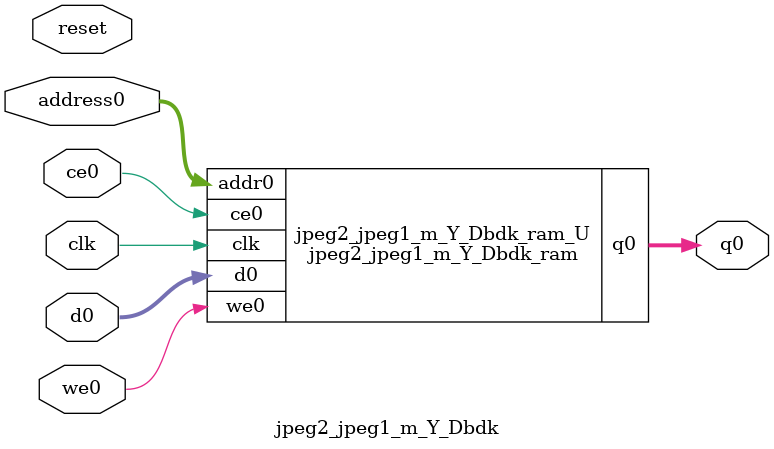
<source format=v>
`timescale 1 ns / 1 ps
module jpeg2_jpeg1_m_Y_Dbdk_ram (addr0, ce0, d0, we0, q0,  clk);

parameter DWIDTH = 5;
parameter AWIDTH = 4;
parameter MEM_SIZE = 12;

input[AWIDTH-1:0] addr0;
input ce0;
input[DWIDTH-1:0] d0;
input we0;
output reg[DWIDTH-1:0] q0;
input clk;

(* ram_style = "distributed" *)reg [DWIDTH-1:0] ram[0:MEM_SIZE-1];




always @(posedge clk)  
begin 
    if (ce0) 
    begin
        if (we0) 
        begin 
            ram[addr0] <= d0; 
        end 
        q0 <= ram[addr0];
    end
end


endmodule

`timescale 1 ns / 1 ps
module jpeg2_jpeg1_m_Y_Dbdk(
    reset,
    clk,
    address0,
    ce0,
    we0,
    d0,
    q0);

parameter DataWidth = 32'd5;
parameter AddressRange = 32'd12;
parameter AddressWidth = 32'd4;
input reset;
input clk;
input[AddressWidth - 1:0] address0;
input ce0;
input we0;
input[DataWidth - 1:0] d0;
output[DataWidth - 1:0] q0;



jpeg2_jpeg1_m_Y_Dbdk_ram jpeg2_jpeg1_m_Y_Dbdk_ram_U(
    .clk( clk ),
    .addr0( address0 ),
    .ce0( ce0 ),
    .we0( we0 ),
    .d0( d0 ),
    .q0( q0 ));

endmodule


</source>
